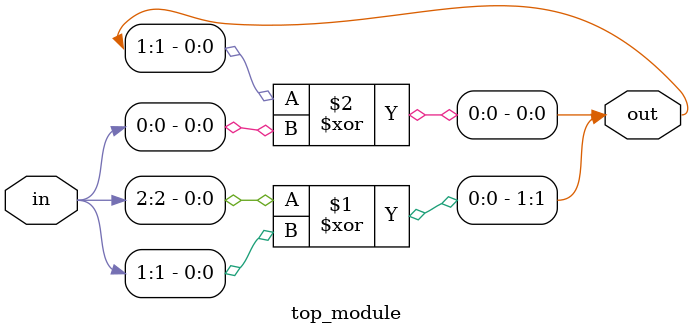
<source format=sv>
module top_module (
    input [2:0] in,
    output [1:0] out
);

    assign out[1] = in[2] ^ in[1];
    assign out[0] = out[1] ^ in[0];

endmodule

</source>
